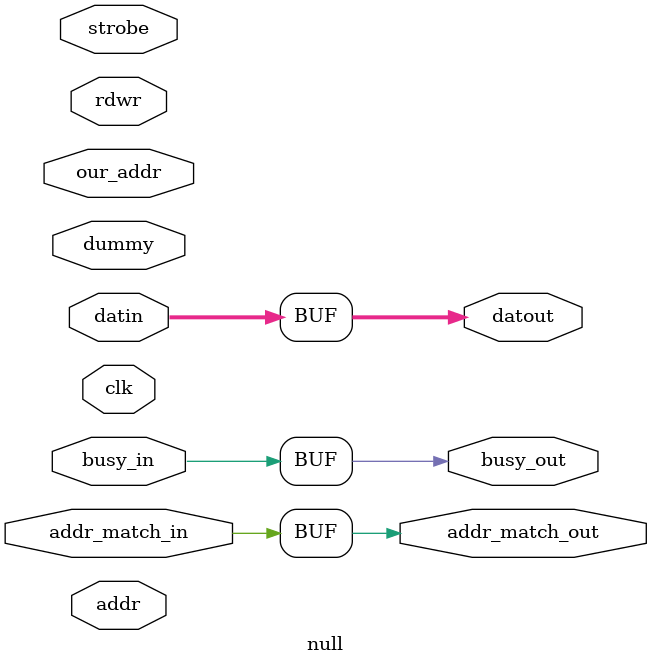
<source format=v>

module null(clk,rdwr,strobe,our_addr,addr,busy_in,busy_out,
       addr_match_in,addr_match_out,datin,datout,dummy);
    input  clk;              // system clock
    input  rdwr;             // direction of this transfer. Read=1; Write=0
    input  strobe;           // true on full valid command
    input  [3:0] our_addr;   // high byte of our assigned address
    input  [11:0] addr;      // address of target peripheral
    input  busy_in;          // ==1 if a previous peripheral is busy
    output busy_out;         // ==our busy state if our address, pass through otherwise
    input  addr_match_in;    // ==1 if a previous peripheral claims the address
    output addr_match_out;   // ==1 if we claim the above address, pass through otherwise
    input  [7:0] datin;      // Data INto the peripheral;
    output [7:0] datout;     // Data OUTput from the peripheral, = datin if not us.
    input  dummy;


    // Loop in-to-out where appropriate
    assign datout = datin ;
    assign busy_out = busy_in;
    assign addr_match_out = addr_match_in;

endmodule


</source>
